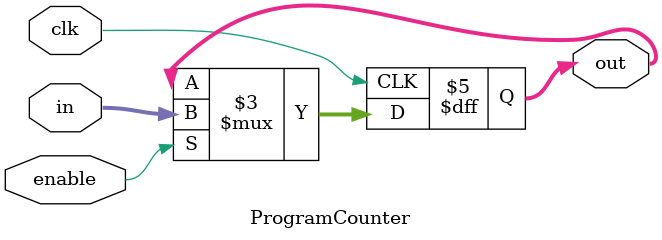
<source format=v>

`timescale 1 ns /1 ns

module ProgramCounter (in, enable, clk, out);
input [15:0] in;
input enable, clk;
output [15:0] out;
reg [15:0] out;		//同理于AddressLogic中的方式

	always @(posedge clk)
	begin
		if (enable) out <= in;
		else out <= out;
	end

endmodule

</source>
